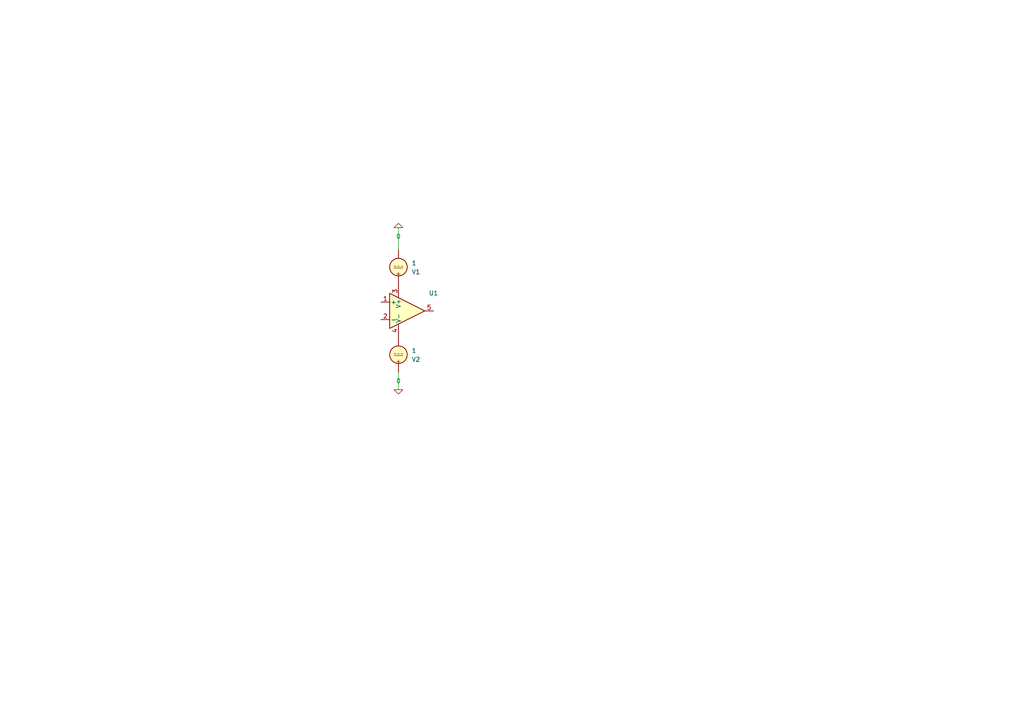
<source format=kicad_sch>
(kicad_sch (version 20250114) (generator "eeschema") (generator_version "9.0")
  (paper "A4")
  (lib_symbols
    (symbol "Simulation_SPICE:0" (power) (pin_numbers (hide yes)) (pin_names (offset 0) (hide yes))
      (property "Value" "0" (at 0 -2.54 0))
      (symbol "0_0_1"
        (polyline (pts (xy -1.27 0) (xy 0 -1.27) (xy 1.27 0) (xy -1.27 0)))
      )
      (symbol "0_1_1"
        (pin power_in line (at 0 0 0) (length 0) (name "~") (number "1"))
      )
    )
    (symbol "Simulation_SPICE:OPAMP" (pin_names (offset 0.254))
      (property "Reference" "U" (at 3.81 3.175 0))
      (property "Value" "${SIM.PARAMS}" (at 3.81 -3.175 0))
      (symbol "OPAMP_0_1"
        (polyline (pts (xy 5.08 0) (xy -5.08 5.08) (xy -5.08 -5.08) (xy 5.08 0)) (stroke (width 0.254)) (fill (type background)))
      )
      (symbol "OPAMP_1_1"
        (pin input line (at -7.62 2.54 0) (length 2.54) (name "+") (number "1"))
        (pin input line (at -7.62 -2.54 0) (length 2.54) (name "-") (number "2"))
        (pin power_in line (at -2.54 7.62 270) (length 3.81) (name "V+") (number "3"))
        (pin power_in line (at -2.54 -7.62 90) (length 3.81) (name "V-") (number "4"))
        (pin output line (at 7.62 0 180) (length 2.54) (name "~") (number "5"))
      )
    )
    (symbol "Simulation_SPICE:VDC" (pin_numbers (hide yes)) (pin_names (offset 0.0254))
      (property "Reference" "V" (at 2.54 2.54 0))
      (property "Value" "1" (at 2.54 0 0))
      (symbol "VDC_0_0"
        (polyline (pts (xy -1.27 0.254) (xy 1.27 0.254)))
        (polyline (pts (xy -0.762 -0.254) (xy -1.27 -0.254)))
        (polyline (pts (xy 0.254 -0.254) (xy -0.254 -0.254)))
        (polyline (pts (xy 1.27 -0.254) (xy 0.762 -0.254)))
        (text "+" (at 0 1.905 0) (effects (font (size 1.27 1.27))))
      )
      (symbol "VDC_0_1"
        (circle (center 0 0) (radius 2.54) (stroke (width 0.254)) (fill (type background)))
      )
      (symbol "VDC_1_1"
        (pin passive line (at 0 5.08 270) (length 2.54) (name "~") (number "1"))
        (pin passive line (at 0 -5.08 90) (length 2.54) (name "~") (number "2"))
      )
    )
  )
  (bus_entry (at -135.89 104.14) (size 2.54 2.54))
  (wire (pts (xy 115.57 66.04) (xy 115.57 72.39)))
  (wire (pts (xy 115.57 107.95) (xy 115.57 113.03)))
  (symbol (lib_id "Simulation_SPICE:0") (at 115.57 113.03 0) (unit 1)
    (property "Reference" "#GND01" (effects (hide yes)))
    (property "Value" "0" (at 115.57 110.49 0))
    (property "Datasheet" "https://ngspice.sourceforge.io/docs/ngspice-html-manual/manual.xhtml#subsec_Circuit_elements__device" (effects (hide yes)))
    (property "Description" "0V reference potential for simulation" (effects (hide yes)))
  )
  (symbol (lib_id "Simulation_SPICE:VDC") (at 115.57 77.47 0) (mirror x) (unit 1)
    (property "Reference" "V1" (at 119.38 78.8699 0) (effects (justify left)))
    (property "Value" "1" (at 119.38 76.3299 0) (effects (justify left)))
    (property "Datasheet" "https://ngspice.sourceforge.io/docs/ngspice-html-manual/manual.xhtml#sec_Independent_Sources_for" (effects (hide yes)))
    (property "Description" "Voltage source, DC" (effects (hide yes)))
    (property "Sim.Pins" "1=+ 2=-" (effects (hide yes)))
    (property "Sim.Type" "DC" (effects (hide yes)))
    (property "Sim.Device" "V" (effects (hide yes)))
  )
  (symbol (lib_id "Simulation_SPICE:0") (at 115.57 66.04 0) (mirror x) (unit 1)
    (property "Reference" "#GND02" (effects (hide yes)))
    (property "Value" "0" (at 115.57 68.58 0))
    (property "Datasheet" "https://ngspice.sourceforge.io/docs/ngspice-html-manual/manual.xhtml#subsec_Circuit_elements__device" (effects (hide yes)))
    (property "Description" "0V reference potential for simulation" (effects (hide yes)))
  )
  (symbol (lib_id "Simulation_SPICE:OPAMP") (at 118.11 90.17 0) (unit 1)
    (property "Reference" "U1" (at 125.73 85.0198 0))
    (property "Value" "${SIM.PARAMS}" (at 125.73 86.9249 0))
    (property "Datasheet" "https://ngspice.sourceforge.io/docs/ngspice-html-manual/manual.xhtml#sec__SUBCKT_Subcircuits" (effects (hide yes)))
    (property "Description" "Operational amplifier, single" (effects (hide yes)))
    (property "Sim.Pins" "1=1 2=2 3=3 4=4 5=5" (effects (hide yes)))
    (property "Sim.Device" "SUBCKT" (effects (hide yes)))
    (property "Sim.Library" "C:\\Users\\Jasiek\\KN_HARDWIRE_MIXER\\mikser\\Mikser_simulation\\TLO72_SPICE_Model\\TL072.301" (effects (hide yes)))
    (property "Sim.Name" "TL072" (effects (hide yes)))
  )
  (symbol (lib_id "Simulation_SPICE:VDC") (at 115.57 102.87 0) (mirror x) (unit 1)
    (property "Reference" "V2" (at 119.38 104.2699 0) (effects (justify left)))
    (property "Value" "1" (at 119.38 101.7299 0) (effects (justify left)))
    (property "Datasheet" "https://ngspice.sourceforge.io/docs/ngspice-html-manual/manual.xhtml#sec_Independent_Sources_for" (effects (hide yes)))
    (property "Description" "Voltage source, DC" (effects (hide yes)))
    (property "Sim.Pins" "1=+ 2=-" (effects (hide yes)))
    (property "Sim.Type" "DC" (effects (hide yes)))
    (property "Sim.Device" "V" (effects (hide yes)))
  )
)
</source>
